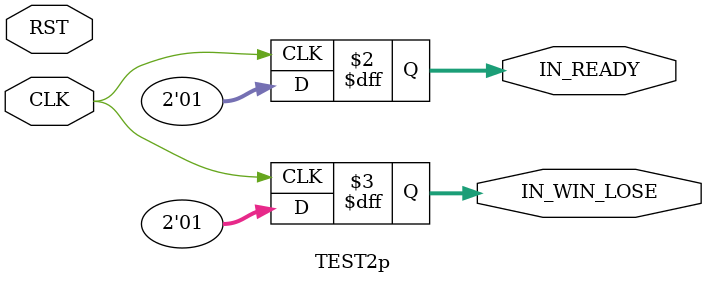
<source format=v>
module TEST2p(
    input CLK,RST,
    output reg [1:0] IN_READY,
    output reg [1:0] IN_WIN_LOSE

);
always @(posedge CLK)begin
 IN_READY     <= 1;
 IN_WIN_LOSE  <= 1;
 end

endmodule
</source>
